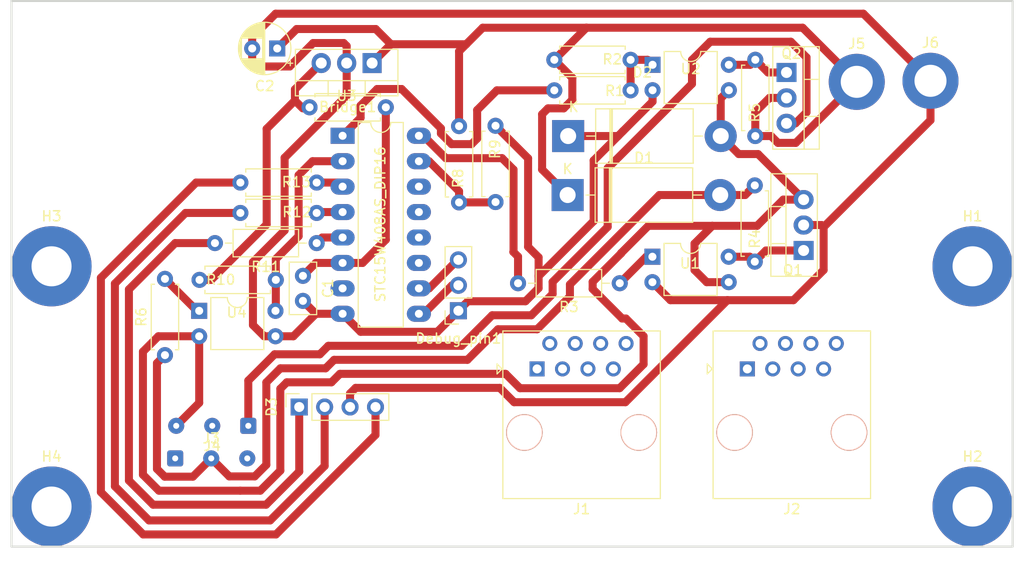
<source format=kicad_pcb>
(kicad_pcb (version 20221018) (generator pcbnew)
  (layers (0 "F.Cu" signal) (31 "B.Cu" signal) (34 "B.Paste" user) (35 "F.Paste" user) (36 "B.SilkS" user "B.Silkscreen") (37 "F.SilkS" user "F.Silkscreen") (38 "B.Mask" user) (39 "F.Mask" user) (44 "Edge.Cuts" user))
  (net 0 "")
  (net 1 "IN_OUT-")
  (net 2 "BAT+")
  (net 3 "IN_OUT+")
  (net 4 "BAT-")
  (net 23 "BAT_OUT+")
  (net 25 "Net-(Q1-G)")
  (net 26 "Net-(Q2-G)")
  (net 27 "Net-(R1-Pad1)")
  (net 28 "PMOS_CONTROL")
  (net 29 "Net-(R3-Pad1)")
  (net 30 "not NMOS_CONTROL")
  (net 31 "Net-(Debug_pin1-Pin_2)")
  (net 32 "Net-(Debug_pin1-Pin_3)")
  (net 33 "V_bat_adc")
  (net 34 "Charging_led")
  (net 35 "Charged_led")
  (net 36 "backup_power_led")
  (net 37 "V_out_detect")
  (net 38 "+5V")
  (net 39 "Net-(STC15W408AS_DIP16-Pin_6)")
  (net 45 "Net-(R6-Pad2)")
  (net 46 "Net-(D3-RA)")
  (net 47 "Net-(D3-GA)")
  (net 48 "Net-(D3-BA)")
  (footprint "Resistor_THT:R_Axial_DIN0207_L6.3mm_D2.5mm_P7.62mm_Horizontal" (layer "F.Cu") (at 114.4668 87.0664 90)
    (fp_text reference "R6" (at 3.81 -2.37 90) (layer "F.SilkS"))
    (fp_text value "180")
    (pad "1" thru_hole circle (at 0 0 90) (size 1.6 1.6) (drill 0.8) (layers "*.Cu" "*.Mask") (net 3 "IN_OUT+"))
    (pad "2" thru_hole oval (at 7.62 0 90) (size 1.6 1.6) (drill 0.8) (layers "*.Cu" "*.Mask") (net 45 "Net-(R6-Pad2)"))
  )
  (footprint "MountingHole:MountingHole_3.2mm_M3_DIN965_Pad_TopBottom" (layer "F.Cu") (at 183.569299 59.767302)
    (fp_text reference "J5" (at 0 -3.8) (layer "F.SilkS"))
    (fp_text value "BAT+")
    (pad "1" thru_hole circle (at 0 0) (size 3.6 3.6) (drill 3.2) (layers "*.Cu" "*.Mask") (net 2 "BAT+"))
    (pad "1" connect circle (at 0 0) (size 5.6 5.6) (layers "F.Cu" "F.Mask") (net 2 "BAT+"))
    (pad "1" connect circle (at 0 0) (size 5.6 5.6) (layers "B.Cu" "B.Mask") (net 2 "BAT+"))
  )
  (footprint "Resistor_THT:R_Axial_DIN0207_L6.3mm_D2.5mm_P10.16mm_Horizontal" (layer "F.Cu") (at 159.896499 79.884102 180)
    (fp_text reference "R3" (at 5.08 -2.37 180) (layer "F.SilkS"))
    (fp_text value "330")
    (pad "1" thru_hole circle (at 0 0 180) (size 1.6 1.6) (drill 0.8) (layers "*.Cu" "*.Mask") (net 29 "Net-(R3-Pad1)"))
    (pad "2" thru_hole oval (at 10.16 0 180) (size 1.6 1.6) (drill 0.8) (layers "*.Cu" "*.Mask") (net 30 "not NMOS_CONTROL"))
  )
  (footprint "Connector_RJ:RJ45_OST_PJ012-8P8CX_Vertical" (layer "F.Cu") (at 151.638 88.4428)
    (fp_text reference "J1" (at 4.45 14) (layer "F.SilkS"))
    (fp_text value "RJ45")
    (pad "" np_thru_hole circle (at -1.27 6.35) (size 3.65 3.65) (drill 3.45) (layers "*.Cu" "*.SilkS" "*.Mask"))
    (pad "" np_thru_hole circle (at 10.16 6.35) (size 3.65 3.65) (drill 3.45) (layers "*.Cu" "*.SilkS" "*.Mask"))
    (pad "1" thru_hole rect (at 0 0) (size 1.5 1.5) (drill 0.9) (layers "*.Cu" "*.Mask"))
    (pad "2" thru_hole circle (at 1.27 -2.54) (size 1.5 1.5) (drill 0.9) (layers "*.Cu" "*.Mask"))
    (pad "3" thru_hole circle (at 2.54 0) (size 1.5 1.5) (drill 0.9) (layers "*.Cu" "*.Mask"))
    (pad "4" thru_hole circle (at 3.81 -2.54) (size 1.5 1.5) (drill 0.9) (layers "*.Cu" "*.Mask"))
    (pad "5" thru_hole circle (at 5.08 0) (size 1.5 1.5) (drill 0.9) (layers "*.Cu" "*.Mask"))
    (pad "6" thru_hole circle (at 6.35 -2.54) (size 1.5 1.5) (drill 0.9) (layers "*.Cu" "*.Mask"))
    (pad "7" thru_hole circle (at 7.62 0) (size 1.5 1.5) (drill 0.9) (layers "*.Cu" "*.Mask"))
    (pad "8" thru_hole circle (at 8.89 -2.54) (size 1.5 1.5) (drill 0.9) (layers "*.Cu" "*.Mask"))
  )
  (footprint "Capacitor_THT:C_Disc_D5.0mm_W2.5mm_P2.50mm" (layer "F.Cu") (at 128.248901 79.146298 -90)
    (fp_text reference "C1" (at 1.25 -2.5 90) (layer "F.SilkS"))
    (fp_text value "10nF")
    (pad "1" thru_hole circle (at 0 0 270) (size 1.6 1.6) (drill 0.8) (layers "*.Cu" "*.Mask") (net 39 "Net-(STC15W408AS_DIP16-Pin_6)"))
    (pad "2" thru_hole circle (at 2.5 0 270) (size 1.6 1.6) (drill 0.8) (layers "*.Cu" "*.Mask") (net 4 "BAT-"))
  )
  (footprint "Resistor_THT:R_Axial_DIN0207_L6.3mm_D2.5mm_P7.62mm_Horizontal" (layer "F.Cu") (at 129.620501 69.829898 180)
    (fp_text reference "R13" (at 2.032 0.0508) (layer "F.SilkS"))
    (fp_text value "330")
    (pad "1" thru_hole circle (at 0 0 180) (size 1.6 1.6) (drill 0.8) (layers "*.Cu" "*.Mask") (net 36 "backup_power_led"))
    (pad "2" thru_hole oval (at 7.62 0 180) (size 1.6 1.6) (drill 0.8) (layers "*.Cu" "*.Mask") (net 46 "Net-(D3-RA)"))
  )
  (footprint "MountingHole:MountingHole_4mm_Pad_TopBottom" (layer "F.Cu") (at 103.138 102.1928)
    (fp_text reference "H4" (at 0 -5) (layer "F.SilkS"))
    (fp_text value "MountingHole")
    (pad "1" thru_hole circle (at 0 0) (size 4.4 4.4) (drill 4) (layers "*.Cu" "*.Mask"))
    (pad "1" connect circle (at 0 0) (size 8 8) (layers "F.Cu" "F.Mask"))
    (pad "1" connect circle (at 0 0) (size 8 8) (layers "B.Cu" "B.Mask"))
  )
  (footprint "Package_DIP:DIP-4_W7.62mm" (layer "F.Cu") (at 117.885701 82.6418)
    (fp_text reference "U4" (at 3.743899 0.167702) (layer "F.SilkS"))
    (fp_text value "PC817")
    (pad "1" thru_hole rect (at 0 0) (size 1.6 1.6) (drill 0.8) (layers "*.Cu" "*.Mask") (net 45 "Net-(R6-Pad2)"))
    (pad "2" thru_hole oval (at 0 2.54) (size 1.6 1.6) (drill 0.8) (layers "*.Cu" "*.Mask") (net 1 "IN_OUT-"))
    (pad "3" thru_hole oval (at 7.62 2.54) (size 1.6 1.6) (drill 0.8) (layers "*.Cu" "*.Mask") (net 4 "BAT-"))
    (pad "4" thru_hole oval (at 7.62 0) (size 1.6 1.6) (drill 0.8) (layers "*.Cu" "*.Mask") (net 37 "V_out_detect"))
  )
  (footprint "Resistor_THT:R_Axial_DIN0207_L6.3mm_D2.5mm_P7.62mm_Horizontal" (layer "F.Cu") (at 129.620501 72.863898 180)
    (fp_text reference "R12" (at 1.9812 0.0876) (layer "F.SilkS"))
    (fp_text value "330")
    (pad "1" thru_hole circle (at 0 0 180) (size 1.6 1.6) (drill 0.8) (layers "*.Cu" "*.Mask") (net 35 "Charged_led"))
    (pad "2" thru_hole oval (at 7.62 0 180) (size 1.6 1.6) (drill 0.8) (layers "*.Cu" "*.Mask") (net 47 "Net-(D3-GA)"))
  )
  (footprint "Resistor_THT:R_Axial_DIN0207_L6.3mm_D2.5mm_P7.62mm_Horizontal" (layer "F.Cu") (at 117.9212 79.548)
    (fp_text reference "R10" (at 2.118298 -0.015301) (layer "F.SilkS"))
    (fp_text value "330")
    (pad "1" thru_hole circle (at 0 0) (size 1.6 1.6) (drill 0.8) (layers "*.Cu" "*.Mask") (net 38 "+5V"))
    (pad "2" thru_hole oval (at 7.62 0) (size 1.6 1.6) (drill 0.8) (layers "*.Cu" "*.Mask") (net 37 "V_out_detect"))
  )
  (footprint "Connector_Wire:SolderWire-0.1sqmm_1x03_P3.6mm_D0.4mm_OD1mm" (layer "F.Cu") (at 122.7912 94.1276 180)
    (fp_text reference "J4" (at 3.6 -2) (layer "F.SilkS"))
    (fp_text value "01x03")
    (pad "1" thru_hole roundrect (at 0 0 180) (size 1.6 1.6) (drill 0.6) (layers "*.Cu" "*.Mask") (roundrect_rratio 0.15625) (net 23 "BAT_OUT+"))
    (pad "2" thru_hole circle (at 3.6 0 180) (size 1.6 1.6) (drill 0.6) (layers "*.Cu" "*.Mask"))
    (pad "3" thru_hole circle (at 7.2 0 180) (size 1.6 1.6) (drill 0.6) (layers "*.Cu" "*.Mask") (net 1 "IN_OUT-"))
  )
  (footprint "Diode_THT:D_DO-201AD_P15.24mm_Horizontal" (layer "F.Cu") (at 154.6894 71.0754)
    (fp_text reference "D1" (at 7.62 -3.72) (layer "F.SilkS"))
    (fp_text value "1N5408")
    (fp_text user "K" (at 0 -2.6) (layer "F.SilkS"))
    (pad "1" thru_hole rect (at 0 0) (size 3.2 3.2) (drill 1.6) (layers "*.Cu" "*.Mask") (net 2 "BAT+"))
    (pad "2" thru_hole oval (at 15.24 0) (size 3.2 3.2) (drill 1.6) (layers "*.Cu" "*.Mask") (net 3 "IN_OUT+"))
  )
  (footprint "Resistor_THT:R_Axial_DIN0207_L6.3mm_D2.5mm_P7.62mm_Horizontal" (layer "F.Cu") (at 136.529301 62.311498 180)
    (fp_text reference "Bridge1" (at 3.81 0.035498 180) (layer "F.SilkS"))
    (fp_text value "0")
    (pad "1" thru_hole circle (at 0 0 180) (size 1.6 1.6) (drill 0.8) (layers "*.Cu" "*.Mask") (net 39 "Net-(STC15W408AS_DIP16-Pin_6)"))
    (pad "2" thru_hole oval (at 7.62 0 180) (size 1.6 1.6) (drill 0.8) (layers "*.Cu" "*.Mask") (net 38 "+5V"))
  )
  (footprint "Package_DIP:CERDIP-16_W7.62mm_SideBrazed_LongPads" (layer "F.Cu") (at 132.211301 65.156298)
    (fp_text reference "STC15W408AS_DIP16" (at 3.7592 8.8392 90) (layer "F.SilkS"))
    (fp_text value "Conn_02x08_Counter_Clockwise" hide)
    (pad "1" thru_hole rect (at 0 0) (size 2.4 1.6) (drill 0.8) (layers "*.Cu" "*.Mask") (net 28 "PMOS_CONTROL"))
    (pad "2" thru_hole oval (at 0 2.54) (size 2.4 1.6) (drill 0.8) (layers "*.Cu" "*.Mask") (net 37 "V_out_detect"))
    (pad "3" thru_hole oval (at 0 5.08) (size 2.4 1.6) (drill 0.8) (layers "*.Cu" "*.Mask") (net 36 "backup_power_led"))
    (pad "4" thru_hole oval (at 0 7.62) (size 2.4 1.6) (drill 0.8) (layers "*.Cu" "*.Mask") (net 35 "Charged_led"))
    (pad "5" thru_hole oval (at 0 10.16) (size 2.4 1.6) (drill 0.8) (layers "*.Cu" "*.Mask") (net 34 "Charging_led"))
    (pad "6" thru_hole oval (at 0 12.7) (size 2.4 1.6) (drill 0.8) (layers "*.Cu" "*.Mask") (net 39 "Net-(STC15W408AS_DIP16-Pin_6)"))
    (pad "7" thru_hole oval (at 0 15.24) (size 2.4 1.6) (drill 0.8) (layers "*.Cu" "*.Mask"))
    (pad "8" thru_hole oval (at 0 17.78) (size 2.4 1.6) (drill 0.8) (layers "*.Cu" "*.Mask") (net 4 "BAT-"))
    (pad "9" thru_hole oval (at 7.62 17.78) (size 2.4 1.6) (drill 0.8) (layers "*.Cu" "*.Mask") (net 31 "Net-(Debug_pin1-Pin_2)"))
    (pad "10" thru_hole oval (at 7.62 15.24) (size 2.4 1.6) (drill 0.8) (layers "*.Cu" "*.Mask") (net 32 "Net-(Debug_pin1-Pin_3)"))
    (pad "11" thru_hole oval (at 7.62 12.7) (size 2.4 1.6) (drill 0.8) (layers "*.Cu" "*.Mask"))
    (pad "12" thru_hole oval (at 7.62 10.16) (size 2.4 1.6) (drill 0.8) (layers "*.Cu" "*.Mask"))
    (pad "13" thru_hole oval (at 7.62 7.62) (size 2.4 1.6) (drill 0.8) (layers "*.Cu" "*.Mask"))
    (pad "14" thru_hole oval (at 7.62 5.08) (size 2.4 1.6) (drill 0.8) (layers "*.Cu" "*.Mask"))
    (pad "15" thru_hole oval (at 7.62 2.54) (size 2.4 1.6) (drill 0.8) (layers "*.Cu" "*.Mask") (net 33 "V_bat_adc"))
    (pad "16" thru_hole oval (at 7.62 0) (size 2.4 1.6) (drill 0.8) (layers "*.Cu" "*.Mask") (net 30 "not NMOS_CONTROL"))
  )
  (footprint "Resistor_THT:R_Axial_DIN0207_L6.3mm_D2.5mm_P7.62mm_Horizontal" (layer "F.Cu") (at 173.3838 77.7302 90)
    (fp_text reference "R4" (at 2.286 0 90) (layer "F.SilkS"))
    (fp_text value "1k")
    (pad "1" thru_hole circle (at 0 0 90) (size 1.6 1.6) (drill 0.8) (layers "*.Cu" "*.Mask") (net 25 "Net-(Q1-G)"))
    (pad "2" thru_hole oval (at 7.62 0 90) (size 1.6 1.6) (drill 0.8) (layers "*.Cu" "*.Mask") (net 3 "IN_OUT+"))
  )
  (footprint "Package_TO_SOT_THT:TO-220-3_Vertical" (layer "F.Cu") (at 176.5536 58.8326 -90)
    (fp_text reference "Q2" (at -1.8796 -0.4878) (layer "F.SilkS"))
    (fp_text value "IRF9540N")
    (pad "1" thru_hole rect (at 0 0 270) (size 1.905 2) (drill 1.1) (layers "*.Cu" "*.Mask") (net 26 "Net-(Q2-G)"))
    (pad "2" thru_hole oval (at 2.54 0 270) (size 1.905 2) (drill 1.1) (layers "*.Cu" "*.Mask") (net 2 "BAT+"))
    (pad "3" thru_hole oval (at 5.08 0 270) (size 1.905 2) (drill 1.1) (layers "*.Cu" "*.Mask") (net 23 "BAT_OUT+"))
  )
  (footprint "Package_TO_SOT_THT:TO-220-3_Vertical" (layer "F.Cu") (at 178.2606 76.6126 90)
    (fp_text reference "Q1" (at -1.9812 -1.0668) (layer "F.SilkS"))
    (fp_text value "IRF540N")
    (pad "1" thru_hole rect (at 0 0 90) (size 1.905 2) (drill 1.1) (layers "*.Cu" "*.Mask") (net 25 "Net-(Q1-G)"))
    (pad "2" thru_hole oval (at 2.54 0 90) (size 1.905 2) (drill 1.1) (layers "*.Cu" "*.Mask") (net 4 "BAT-"))
    (pad "3" thru_hole oval (at 5.08 0 90) (size 1.905 2) (drill 1.1) (layers "*.Cu" "*.Mask") (net 1 "IN_OUT-"))
  )
  (footprint "MountingHole:MountingHole_4mm_Pad_TopBottom" (layer "F.Cu") (at 103.138 78.1928)
    (fp_text reference "H3" (at 0 -5) (layer "F.SilkS"))
    (fp_text value "MountingHole")
    (pad "1" thru_hole circle (at 0 0) (size 4.4 4.4) (drill 4) (layers "*.Cu" "*.Mask"))
    (pad "1" connect circle (at 0 0) (size 8 8) (layers "F.Cu" "F.Mask"))
    (pad "1" connect circle (at 0 0) (size 8 8) (layers "B.Cu" "B.Mask"))
  )
  (footprint "Connector_PinSocket_2.54mm:PinSocket_1x03_P2.54mm_Vertical" (layer "F.Cu") (at 143.7784 82.6318 180)
    (fp_text reference "Debug_pin1" (at 0 -2.77) (layer "F.SilkS"))
    (fp_text value "Debug")
    (pad "1" thru_hole rect (at 0 0 180) (size 1.7 1.7) (drill 1) (layers "*.Cu" "*.Mask") (net 4 "BAT-"))
    (pad "2" thru_hole oval (at 0 2.54 180) (size 1.7 1.7) (drill 1) (layers "*.Cu" "*.Mask") (net 31 "Net-(Debug_pin1-Pin_2)"))
    (pad "3" thru_hole oval (at 0 5.08 180) (size 1.7 1.7) (drill 1) (layers "*.Cu" "*.Mask") (net 32 "Net-(Debug_pin1-Pin_3)"))
  )
  (footprint "Resistor_THT:R_Axial_DIN0207_L6.3mm_D2.5mm_P7.62mm_Horizontal" (layer "F.Cu") (at 173.4346 65.1826 90)
    (fp_text reference "R5" (at 2.3368 -0.0508 90) (layer "F.SilkS"))
    (fp_text value "1k")
    (pad "1" thru_hole circle (at 0 0 90) (size 1.6 1.6) (drill 0.8) (layers "*.Cu" "*.Mask") (net 2 "BAT+"))
    (pad "2" thru_hole oval (at 7.62 0 90) (size 1.6 1.6) (drill 0.8) (layers "*.Cu" "*.Mask") (net 26 "Net-(Q2-G)"))
  )
  (footprint "Capacitor_THT:CP_Radial_D5.0mm_P2.50mm" (layer "F.Cu") (at 125.679513 56.434 180)
    (fp_text reference "C2" (at 1.25 -3.75) (layer "F.SilkS"))
    (fp_text value "100uf")
    (pad "1" thru_hole rect (at 0 0 180) (size 1.6 1.6) (drill 0.8) (layers "*.Cu" "*.Mask") (net 2 "BAT+"))
    (pad "2" thru_hole circle (at 2.5 0 180) (size 1.6 1.6) (drill 0.8) (layers "*.Cu" "*.Mask") (net 4 "BAT-"))
  )
  (footprint "Connector_PinSocket_2.54mm:PinSocket_1x04_P2.54mm_Vertical" (layer "F.Cu") (at 127.878 92.248 90)
    (fp_text reference "D3" (at 0 -2.77 90) (layer "F.SilkS"))
    (fp_text value "LED_BGKR")
    (pad "1" thru_hole rect (at 0 0 90) (size 1.7 1.7) (drill 1) (layers "*.Cu" "*.Mask") (net 48 "Net-(D3-BA)"))
    (pad "2" thru_hole oval (at 0 2.54 90) (size 1.7 1.7) (drill 1) (layers "*.Cu" "*.Mask") (net 47 "Net-(D3-GA)"))
    (pad "3" thru_hole oval (at 0 5.08 90) (size 1.7 1.7) (drill 1) (layers "*.Cu" "*.Mask") (net 4 "BAT-"))
    (pad "4" thru_hole oval (at 0 7.62 90) (size 1.7 1.7) (drill 1) (layers "*.Cu" "*.Mask") (net 46 "Net-(D3-RA)"))
  )
  (footprint "Connector_Wire:SolderWire-0.1sqmm_1x03_P3.6mm_D0.4mm_OD1mm" (layer "F.Cu") (at 115.4896 97.3788)
    (fp_text reference "J3" (at 3.6 -2) (layer "F.SilkS"))
    (fp_text value "01x03")
    (pad "1" thru_hole roundrect (at 0 0) (size 1.6 1.6) (drill 0.6) (layers "*.Cu" "*.Mask") (roundrect_rratio 0.15625))
    (pad "2" thru_hole circle (at 3.6 0) (size 1.6 1.6) (drill 0.6) (layers "*.Cu" "*.Mask") (net 3 "IN_OUT+"))
    (pad "3" thru_hole circle (at 7.2 0) (size 1.6 1.6) (drill 0.6) (layers "*.Cu" "*.Mask"))
  )
  (footprint "Resistor_THT:R_Axial_DIN0207_L6.3mm_D2.5mm_P7.62mm_Horizontal" (layer "F.Cu") (at 160.9786 60.6156 180)
    (fp_text reference "R1" (at 1.5748 -0.0508) (layer "F.SilkS"))
    (fp_text value "330")
    (pad "1" thru_hole circle (at 0 0 180) (size 1.6 1.6) (drill 0.8) (layers "*.Cu" "*.Mask") (net 27 "Net-(R1-Pad1)"))
    (pad "2" thru_hole oval (at 7.62 0 180) (size 1.6 1.6) (drill 0.8) (layers "*.Cu" "*.Mask") (net 28 "PMOS_CONTROL"))
  )
  (footprint "Diode_THT:D_DO-201AD_P15.24mm_Horizontal" (layer "F.Cu") (at 154.7402 65.1826)
    (fp_text reference "D2" (at 7.4168 -6.3616) (layer "F.SilkS"))
    (fp_text value "1N5408")
    (fp_text user "K" (at 0.5488 -2.9026) (layer "F.SilkS"))
    (pad "1" thru_hole rect (at 0 0) (size 3.2 3.2) (drill 1.6) (layers "*.Cu" "*.Mask") (net 4 "BAT-"))
    (pad "2" thru_hole oval (at 15.24 0) (size 3.2 3.2) (drill 1.6) (layers "*.Cu" "*.Mask") (net 1 "IN_OUT-"))
  )
  (footprint "MountingHole:MountingHole_4mm_Pad_TopBottom" (layer "F.Cu") (at 195.138 78.1928)
    (fp_text reference "H1" (at 0 -5) (layer "F.SilkS"))
    (fp_text value "MountingHole")
    (pad "1" thru_hole circle (at 0 0) (size 4.4 4.4) (drill 4) (layers "*.Cu" "*.Mask"))
    (pad "1" connect circle (at 0 0) (size 8 8) (layers "F.Cu" "F.Mask"))
    (pad "1" connect circle (at 0 0) (size 8 8) (layers "B.Cu" "B.Mask"))
  )
  (footprint "MountingHole:MountingHole_4mm_Pad_TopBottom" (layer "F.Cu") (at 195.138 102.1928)
    (fp_text reference "H2" (at 0 -5) (layer "F.SilkS"))
    (fp_text value "MountingHole")
    (pad "1" thru_hole circle (at 0 0) (size 4.4 4.4) (drill 4) (layers "*.Cu" "*.Mask"))
    (pad "1" connect circle (at 0 0) (size 8 8) (layers "F.Cu" "F.Mask"))
    (pad "1" connect circle (at 0 0) (size 8 8) (layers "B.Cu" "B.Mask"))
  )
  (footprint "Resistor_THT:R_Axial_DIN0207_L6.3mm_D2.5mm_P7.62mm_Horizontal" (layer "F.Cu") (at 143.844501 71.811098 90)
    (fp_text reference "R8" (at 2.4016 -0.1016 90) (layer "F.SilkS"))
    (fp_text value "20k")
    (pad "1" thru_hole circle (at 0 0 90) (size 1.6 1.6) (drill 0.8) (layers "*.Cu" "*.Mask") (net 33 "V_bat_adc"))
    (pad "2" thru_hole oval (at 7.62 0 90) (size 1.6 1.6) (drill 0.8) (layers "*.Cu" "*.Mask") (net 2 "BAT+"))
  )
  (footprint "MountingHole:MountingHole_3.2mm_M3_DIN965_Pad_TopBottom" (layer "F.Cu") (at 190.935299 59.665702)
    (fp_text reference "J6" (at 0 -3.8) (layer "F.SilkS"))
    (fp_text value "BAT-")
    (pad "1" thru_hole circle (at 0 0) (size 3.6 3.6) (drill 3.2) (layers "*.Cu" "*.Mask") (net 4 "BAT-"))
    (pad "1" connect circle (at 0 0) (size 5.6 5.6) (layers "F.Cu" "F.Mask") (net 4 "BAT-"))
    (pad "1" connect circle (at 0 0) (size 5.6 5.6) (layers "B.Cu" "B.Mask") (net 4 "BAT-"))
  )
  (footprint "Resistor_THT:R_Axial_DIN0207_L6.3mm_D2.5mm_P10.16mm_Horizontal" (layer "F.Cu") (at 129.620501 75.875098 180)
    (fp_text reference "R11" (at 5.08 -2.37 180) (layer "F.SilkS"))
    (fp_text value "330")
    (pad "1" thru_hole circle (at 0 0 180) (size 1.6 1.6) (drill 0.8) (layers "*.Cu" "*.Mask") (net 34 "Charging_led"))
    (pad "2" thru_hole oval (at 10.16 0 180) (size 1.6 1.6) (drill 0.8) (layers "*.Cu" "*.Mask") (net 48 "Net-(D3-BA)"))
  )
  (footprint "Connector_RJ:RJ45_OST_PJ012-8P8CX_Vertical" (layer "F.Cu") (at 172.638 88.4428)
    (fp_text reference "J2" (at 4.45 14) (layer "F.SilkS"))
    (fp_text value "RJ45")
    (pad "" np_thru_hole circle (at -1.27 6.35) (size 3.65 3.65) (drill 3.45) (layers "*.Cu" "*.SilkS" "*.Mask"))
    (pad "" np_thru_hole circle (at 10.16 6.35) (size 3.65 3.65) (drill 3.45) (layers "*.Cu" "*.SilkS" "*.Mask"))
    (pad "1" thru_hole rect (at 0 0) (size 1.5 1.5) (drill 0.9) (layers "*.Cu" "*.Mask"))
    (pad "2" thru_hole circle (at 1.27 -2.54) (size 1.5 1.5) (drill 0.9) (layers "*.Cu" "*.Mask"))
    (pad "3" thru_hole circle (at 2.54 0) (size 1.5 1.5) (drill 0.9) (layers "*.Cu" "*.Mask"))
    (pad "4" thru_hole circle (at 3.81 -2.54) (size 1.5 1.5) (drill 0.9) (layers "*.Cu" "*.Mask"))
    (pad "5" thru_hole circle (at 5.08 0) (size 1.5 1.5) (drill 0.9) (layers "*.Cu" "*.Mask"))
    (pad "6" thru_hole circle (at 6.35 -2.54) (size 1.5 1.5) (drill 0.9) (layers "*.Cu" "*.Mask"))
    (pad "7" thru_hole circle (at 7.62 0) (size 1.5 1.5) (drill 0.9) (layers "*.Cu" "*.Mask"))
    (pad "8" thru_hole circle (at 8.89 -2.54) (size 1.5 1.5) (drill 0.9) (layers "*.Cu" "*.Mask"))
  )
  (footprint "Resistor_THT:R_Axial_DIN0207_L6.3mm_D2.5mm_P7.62mm_Horizontal" (layer "F.Cu") (at 160.9786 57.5676 180)
    (fp_text reference "R2" (at 1.8288 0.0508) (layer "F.SilkS"))
    (fp_text value "1k")
    (pad "1" thru_hole circle (at 0 0 180) (size 1.6 1.6) (drill 0.8) (layers "*.Cu" "*.Mask") (net 27 "Net-(R1-Pad1)"))
    (pad "2" thru_hole oval (at 7.62 0 180) (size 1.6 1.6) (drill 0.8) (layers "*.Cu" "*.Mask") (net 2 "BAT+"))
  )
  (footprint "Package_DIP:DIP-4_W7.62mm" (layer "F.Cu") (at 163.157699 77.237502)
    (fp_text reference "U1" (at 3.7492 0.6654) (layer "F.SilkS"))
    (fp_text value "PC817")
    (pad "1" thru_hole rect (at 0 0) (size 1.6 1.6) (drill 0.8) (layers "*.Cu" "*.Mask") (net 29 "Net-(R3-Pad1)"))
    (pad "2" thru_hole oval (at 0 2.54) (size 1.6 1.6) (drill 0.8) (layers "*.Cu" "*.Mask") (net 4 "BAT-"))
    (pad "3" thru_hole oval (at 7.62 2.54) (size 1.6 1.6) (drill 0.8) (layers "*.Cu" "*.Mask") (net 1 "IN_OUT-"))
    (pad "4" thru_hole oval (at 7.62 0) (size 1.6 1.6) (drill 0.8) (layers "*.Cu" "*.Mask") (net 25 "Net-(Q1-G)"))
  )
  (footprint "Package_TO_SOT_THT:TO-220-3_Vertical" (layer "F.Cu") (at 135.157701 57.891898 180)
    (fp_text reference "U3" (at 2.54 -3.27) (layer "F.SilkS"))
    (fp_text value "LM7805_TO220")
    (pad "1" thru_hole rect (at 0 0 180) (size 1.905 2) (drill 1.1) (layers "*.Cu" "*.Mask") (net 2 "BAT+"))
    (pad "2" thru_hole oval (at 2.54 0 180) (size 1.905 2) (drill 1.1) (layers "*.Cu" "*.Mask") (net 4 "BAT-"))
    (pad "3" thru_hole oval (at 5.08 0 180) (size 1.905 2) (drill 1.1) (layers "*.Cu" "*.Mask") (net 38 "+5V"))
  )
  (footprint "Package_DIP:DIP-4_W7.62mm" (layer "F.Cu") (at 163.173 58.0656)
    (fp_text reference "U2" (at 3.81 0.4114) (layer "F.SilkS"))
    (fp_text value "PC817")
    (pad "1" thru_hole rect (at 0 0) (size 1.6 1.6) (drill 0.8) (layers "*.Cu" "*.Mask") (net 27 "Net-(R1-Pad1)"))
    (pad "2" thru_hole oval (at 0 2.54) (size 1.6 1.6) (drill 0.8) (layers "*.Cu" "*.Mask") (net 4 "BAT-"))
    (pad "3" thru_hole oval (at 7.62 2.54) (size 1.6 1.6) (drill 0.8) (layers "*.Cu" "*.Mask") (net 1 "IN_OUT-"))
    (pad "4" thru_hole oval (at 7.62 0) (size 1.6 1.6) (drill 0.8) (layers "*.Cu" "*.Mask") (net 26 "Net-(Q2-G)"))
  )
  (footprint "Resistor_THT:R_Axial_DIN0207_L6.3mm_D2.5mm_P7.62mm_Horizontal" (layer "F.Cu") (at 147.4868 64.1556 -90)
    (fp_text reference "R9" (at 2.3368 0.0508 90) (layer "F.SilkS"))
    (fp_text value "10k")
    (pad "1" thru_hole circle (at 0 0 270) (size 1.6 1.6) (drill 0.8) (layers "*.Cu" "*.Mask") (net 4 "BAT-"))
    (pad "2" thru_hole oval (at 7.62 0 270) (size 1.6 1.6) (drill 0.8) (layers "*.Cu" "*.Mask") (net 33 "V_bat_adc"))
  )
  (gr_rect (start 99.138 51.6928) (end 199.138 106.1928) (stroke (width 0.2)) (fill none) (layer "Edge.Cuts"))
  (segment (start 173.7106 66.9826) (end 171.7802 66.9826) (width 0.8) (layer "F.Cu") (net 1))
  (segment (start 113.863808 100.6076) (end 112.266801 99.010593) (width 0.8) (layer "F.Cu") (net 1))
  (segment (start 112.266801 99.010593) (end 112.266801 86.720814) (width 0.8) (layer "F.Cu") (net 1))
  (segment (start 162.278 85.177926) (end 162.278 87.9724) (width 0.8) (layer "F.Cu") (net 1))
  (segment (start 125.9912 90.4264) (end 125.9912 98.602683) (width 0.8) (layer "F.Cu") (net 1))
  (segment (start 167.364099 78.563302) (end 167.364099 75.9302) (width 0.8) (layer "F.Cu") (net 1))
  (segment (start 160.033245 76.902556) (end 157.1896 79.746201) (width 0.8) (layer "F.Cu") (net 1))
  (segment (start 169.9802 61.4184) (end 170.793 60.6056) (width 0.8) (layer "F.Cu") (net 1))
  (segment (start 167.364099 75.9302) (end 169.142099 74.1522) (width 0.8) (layer "F.Cu") (net 1))
  (segment (start 157.1896 80.4624) (end 160.136 83.4088) (width 0.8) (layer "F.Cu") (net 1))
  (segment (start 157.1896 79.746201) (end 157.1896 80.4624) (width 0.8) (layer "F.Cu") (net 1))
  (segment (start 170.793 64.3698) (end 169.9802 65.1826) (width 0.8) (layer "F.Cu") (net 1))
  (segment (start 112.266801 86.720814) (end 113.805815 85.1818) (width 0.8) (layer "F.Cu") (net 1))
  (segment (start 169.142099 74.1522) (end 162.752294 74.1522) (width 0.8) (layer "F.Cu") (net 1))
  (segment (start 121.9852 100.6076) (end 113.863808 100.6076) (width 0.8) (layer "F.Cu") (net 1))
  (segment (start 169.9802 65.1826) (end 169.9802 61.4184) (width 0.8) (layer "F.Cu") (net 1))
  (segment (start 176.2286 71.5326) (end 173.609 74.1522) (width 0.8) (layer "F.Cu") (net 1))
  (segment (start 160.136 83.4088) (end 160.508874 83.4088) (width 0.8) (layer "F.Cu") (net 1))
  (segment (start 113.805815 85.1818) (end 117.885701 85.1818) (width 0.8) (layer "F.Cu") (net 1))
  (segment (start 162.752294 74.1522) (end 160.033245 76.871249) (width 0.8) (layer "F.Cu") (net 1))
  (segment (start 173.609 74.1522) (end 169.142099 74.1522) (width 0.8) (layer "F.Cu") (net 1))
  (segment (start 170.777699 79.777502) (end 168.578299 79.777502) (width 0.8) (layer "F.Cu") (net 1))
  (segment (start 160.033245 76.871249) (end 160.033245 76.902556) (width 0.8) (layer "F.Cu") (net 1))
  (segment (start 162.278 87.9724) (end 159.882 90.3684) (width 0.8) (layer "F.Cu") (net 1))
  (segment (start 125.9912 98.602683) (end 123.986283 100.6076) (width 0.8) (layer "F.Cu") (net 1))
  (segment (start 178.2606 71.5326) (end 173.7106 66.9826) (width 0.8) (layer "F.Cu") (net 1))
  (segment (start 131.942298 88.936298) (end 131.096796 89.7818) (width 0.8) (layer "F.Cu") (net 1))
  (segment (start 131.096796 89.7818) (end 126.6358 89.7818) (width 0.8) (layer "F.Cu") (net 1))
  (segment (start 123.986283 100.6076) (end 121.9852 100.6076) (width 0.8) (layer "F.Cu") (net 1))
  (segment (start 117.885701 91.833099) (end 115.5912 94.1276) (width 0.8) (layer "F.Cu") (net 1))
  (segment (start 126.6358 89.7818) (end 125.9912 90.4264) (width 0.8) (layer "F.Cu") (net 1))
  (segment (start 168.578299 79.777502) (end 167.364099 78.563302) (width 0.8) (layer "F.Cu") (net 1))
  (segment (start 148.493098 88.936298) (end 131.942298 88.936298) (width 0.8) (layer "F.Cu") (net 1))
  (segment (start 178.2606 71.5326) (end 176.2286 71.5326) (width 0.8) (layer "F.Cu") (net 1))
  (segment (start 117.885701 85.1818) (end 117.885701 91.833099) (width 0.8) (layer "F.Cu") (net 1))
  (segment (start 160.508874 83.4088) (end 162.278 85.177926) (width 0.8) (layer "F.Cu") (net 1))
  (segment (start 149.9252 90.3684) (end 148.493098 88.936298) (width 0.8) (layer "F.Cu") (net 1))
  (segment (start 159.882 90.3684) (end 149.9252 90.3684) (width 0.8) (layer "F.Cu") (net 1))
  (segment (start 171.7802 66.9826) (end 169.9802 65.1826) (width 0.8) (layer "F.Cu") (net 1))
  (segment (start 177.4765 65.8651) (end 175.697348 65.8651) (width 0.8) (layer "F.Cu") (net 2))
  (segment (start 176.5536 61.3726) (end 174.8486 61.3726) (width 0.8) (layer "F.Cu") (net 2))
  (segment (start 183.569299 59.767302) (end 178.164597 54.3626) (width 0.8) (layer "F.Cu") (net 2))
  (segment (start 143.844501 56.723498) (end 143.844501 64.191098) (width 0.8) (layer "F.Cu") (net 2))
  (segment (start 154.3018 62.4156) (end 155.1586 61.5588) (width 0.8) (layer "F.Cu") (net 2))
  (segment (start 175.014848 65.1826) (end 173.4346 65.1826) (width 0.8) (layer "F.Cu") (net 2))
  (segment (start 125.679513 56.434) (end 127.621615 54.491898) (width 0.8) (layer "F.Cu") (net 2))
  (segment (start 152.1402 68.5262) (end 152.1402 63.0024) (width 0.8) (layer "F.Cu") (net 2))
  (segment (start 137.037301 56.012298) (end 135.157701 57.891898) (width 0.8) (layer "F.Cu") (net 2))
  (segment (start 135.042013 57.77621) (end 135.157701 57.891898) (width 0.8) (layer "F.Cu") (net 2))
  (segment (start 135.516901 54.491898) (end 137.037301 56.012298) (width 0.8) (layer "F.Cu") (net 2))
  (segment (start 155.1586 59.3676) (end 153.3586 57.5676) (width 0.8) (layer "F.Cu") (net 2))
  (segment (start 155.1586 61.5588) (end 155.1586 59.3676) (width 0.8) (layer "F.Cu") (net 2))
  (segment (start 183.569299 59.772301) (end 183.569299 59.767302) (width 0.8) (layer "F.Cu") (net 2))
  (segment (start 154.6894 71.0754) (end 152.1402 68.5262) (width 0.8) (layer "F.Cu") (net 2))
  (segment (start 152.727 62.4156) (end 154.3018 62.4156) (width 0.8) (layer "F.Cu") (net 2))
  (segment (start 146.205399 54.3626) (end 144.555701 56.012298) (width 0.8) (layer "F.Cu") (net 2))
  (segment (start 174.8486 61.3726) (end 173.4346 62.7866) (width 0.8) (layer "F.Cu") (net 2))
  (segment (start 144.555701 56.012298) (end 143.844501 56.723498) (width 0.8) (layer "F.Cu") (net 2))
  (segment (start 177.4765 65.8651) (end 183.569299 59.772301) (width 0.8) (layer "F.Cu") (net 2))
  (segment (start 144.555701 56.012298) (end 137.037301 56.012298) (width 0.8) (layer "F.Cu") (net 2))
  (segment (start 152.1402 63.0024) (end 152.727 62.4156) (width 0.8) (layer "F.Cu") (net 2))
  (segment (start 175.697348 65.8651) (end 175.014848 65.1826) (width 0.8) (layer "F.Cu") (net 2))
  (segment (start 156.5636 54.3626) (end 146.205399 54.3626) (width 0.8) (layer "F.Cu") (net 2))
  (segment (start 156.5636 54.3626) (end 153.3586 57.5676) (width 0.8) (layer "F.Cu") (net 2))
  (segment (start 127.621615 54.491898) (end 135.516901 54.491898) (width 0.8) (layer "F.Cu") (net 2))
  (segment (start 178.164597 54.3626) (end 156.5636 54.3626) (width 0.8) (layer "F.Cu") (net 2))
  (segment (start 173.4346 62.7866) (end 173.4346 65.1826) (width 0.8) (layer "F.Cu") (net 2))
  (segment (start 113.666801 87.866399) (end 113.666801 98.430695) (width 0.8) (layer "F.Cu") (net 3))
  (segment (start 151.641881 84.484102) (end 154.918099 81.207883) (width 0.8) (layer "F.Cu") (net 3))
  (segment (start 154.918099 80.006498) (end 163.849197 71.0754) (width 0.8) (layer "F.Cu") (net 3))
  (segment (start 163.849197 71.0754) (end 169.9294 71.0754) (width 0.8) (layer "F.Cu") (net 3))
  (segment (start 114.4668 87.0664) (end 113.666801 87.866399) (width 0.8) (layer "F.Cu") (net 3))
  (segment (start 131.3624 87.536298) (end 144.6788 87.536298) (width 0.8) (layer "F.Cu") (net 3))
  (segment (start 114.443706 99.2076) (end 117.2608 99.2076) (width 0.8) (layer "F.Cu") (net 3))
  (segment (start 172.4186 71.0754) (end 173.3838 70.1102) (width 0.8) (layer "F.Cu") (net 3))
  (segment (start 169.9294 71.0754) (end 172.4186 71.0754) (width 0.8) (layer "F.Cu") (net 3))
  (segment (start 125.9984 88.3818) (end 130.516898 88.3818) (width 0.8) (layer "F.Cu") (net 3))
  (segment (start 120.8896 99.1788) (end 123.435185 99.1788) (width 0.8) (layer "F.Cu") (net 3))
  (segment (start 124.5912 89.789) (end 125.9984 88.3818) (width 0.8) (layer "F.Cu") (net 3))
  (segment (start 123.435185 99.1788) (end 124.5912 98.022785) (width 0.8) (layer "F.Cu") (net 3))
  (segment (start 124.5912 98.022785) (end 124.5912 89.789) (width 0.8) (layer "F.Cu") (net 3))
  (segment (start 113.666801 98.430695) (end 114.443706 99.2076) (width 0.8) (layer "F.Cu") (net 3))
  (segment (start 130.516898 88.3818) (end 131.3624 87.536298) (width 0.8) (layer "F.Cu") (net 3))
  (segment (start 144.6788 87.536298) (end 147.730996 84.484102) (width 0.8) (layer "F.Cu") (net 3))
  (segment (start 117.2608 99.2076) (end 119.0896 97.3788) (width 0.8) (layer "F.Cu") (net 3))
  (segment (start 147.730996 84.484102) (end 151.641881 84.484102) (width 0.8) (layer "F.Cu") (net 3))
  (segment (start 154.918099 81.207883) (end 154.918099 80.006498) (width 0.8) (layer "F.Cu") (net 3))
  (segment (start 119.0896 97.3788) (end 120.8896 99.1788) (width 0.8) (layer "F.Cu") (net 3))
  (segment (start 160.461899 91.7684) (end 149.345301 91.7684) (width 0.8) (layer "F.Cu") (net 4))
  (segment (start 132.322701 55.891898) (end 129.268949 55.891898) (width 0.8) (layer "F.Cu") (net 4))
  (segment (start 132.617701 61.148683) (end 126.420501 67.345883) (width 0.8) (layer "F.Cu") (net 4))
  (segment (start 132.617701 57.891898) (end 132.617701 61.148683) (width 0.8) (layer "F.Cu") (net 4))
  (segment (start 132.958 90.893519) (end 132.958 92.248) (width 0.8) (layer "F.Cu") (net 4))
  (segment (start 123.2552 84.062669) (end 124.374331 85.1818) (width 0.8) (layer "F.Cu") (net 4))
  (segment (start 123.2552 77.769999) (end 123.2552 84.062669) (width 0.8) (layer "F.Cu") (net 4))
  (segment (start 149.345301 91.7684) (end 147.913199 90.336298) (width 0.8) (layer "F.Cu") (net 4))
  (segment (start 170.652797 81.577502) (end 164.957699 81.577502) (width 0.8) (layer "F.Cu") (net 4))
  (segment (start 132.617701 56.186898) (end 132.322701 55.891898) (width 0.8) (layer "F.Cu") (net 4))
  (segment (start 190.935299 59.665702) (end 184.232197 52.9626) (width 0.8) (layer "F.Cu") (net 4))
  (segment (start 129.268949 55.891898) (end 126.926847 58.234) (width 0.8) (layer "F.Cu") (net 4))
  (segment (start 143.881698 82.735098) (end 143.7784 82.6318) (width 0.8) (layer "F.Cu") (net 4))
  (segment (start 123.6836 58.234) (end 123.179513 57.729913) (width 0.8) (layer "F.Cu") (net 4))
  (segment (start 132.542013 57.81621) (end 132.617701 57.891898) (width 0.8) (layer "F.Cu") (net 4))
  (segment (start 134.011301 84.736298) (end 132.211301 82.936298) (width 0.8) (layer "F.Cu") (net 4))
  (segment (start 127.293399 85.1818) (end 129.538901 82.936298) (width 0.8) (layer "F.Cu") (net 4))
  (segment (start 132.617701 57.891898) (end 132.617701 56.186898) (width 0.8) (layer "F.Cu") (net 4))
  (segment (start 160.223485 64.686485) (end 159.72737 65.1826) (width 0.8) (layer "F.Cu") (net 4))
  (segment (start 141.673902 84.736298) (end 134.011301 84.736298) (width 0.8) (layer "F.Cu") (net 4))
  (segment (start 157.2894 73.675401) (end 151.790499 79.174302) (width 0.8) (layer "F.Cu") (net 4))
  (segment (start 170.652797 81.577502) (end 160.461899 91.7684) (width 0.8) (layer "F.Cu") (net 4))
  (segment (start 157.2894 67.62057) (end 157.2894 73.675401) (width 0.8) (layer "F.Cu") (net 4))
  (segment (start 177.248198 81.577502) (end 170.652797 81.577502) (width 0.8) (layer "F.Cu") (net 4))
  (segment (start 129.538901 82.936298) (end 132.211301 82.936298) (width 0.8) (layer "F.Cu") (net 4))
  (segment (start 180.0606 74.0726) (end 180.2606 74.2726) (width 0.8) (layer "F.Cu") (net 4))
  (segment (start 124.374331 85.1818) (end 125.505701 85.1818) (width 0.8) (layer "F.Cu") (net 4))
  (segment (start 123.179513 55.30263) (end 123.179513 56.434) (width 0.8) (layer "F.Cu") (net 4))
  (segment (start 151.790499 77.2998) (end 151.790499 79.174302) (width 0.8) (layer "F.Cu") (net 4))
  (segment (start 184.232197 52.9626) (end 125.519543 52.9626) (width 0.8) (layer "F.Cu") (net 4))
  (segment (start 126.420501 74.604698) (end 123.2552 77.769999) (width 0.8) (layer "F.Cu") (net 4))
  (segment (start 125.519543 52.9626) (end 123.179513 55.30263) (width 0.8) (layer "F.Cu") (net 4))
  (segment (start 133.515221 90.336298) (end 132.958 90.893519) (width 0.8) (layer "F.Cu") (net 4))
  (segment (start 159.72737 65.1826) (end 157.2894 67.62057) (width 0.8) (layer "F.Cu") (net 4))
  (segment (start 180.2606 74.2726) (end 180.2606 78.5651) (width 0.8) (layer "F.Cu") (net 4))
  (segment (start 128.248901 81.646298) (end 129.538901 82.936298) (width 0.8) (layer "F.Cu") (net 4))
  (segment (start 180.2606 78.5651) (end 177.248198 81.577502) (width 0.8) (layer "F.Cu") (net 4))
  (segment (start 125.505701 85.1818) (end 127.293399 85.1818) (width 0.8) (layer "F.Cu") (net 4))
  (segment (start 150.7402 67.409) (end 150.7402 76.249501) (width 0.8) (layer "F.Cu") (net 4))
  (segment (start 159.72737 65.1826) (end 154.7402 65.1826) (width 0.8) (layer "F.Cu") (net 4))
  (segment (start 190.935299 63.597901) (end 180.2606 74.2726) (width 0.8) (layer "F.Cu") (net 4))
  (segment (start 147.4868 64.1556) (end 150.7402 67.409) (width 0.8) (layer "F.Cu") (net 4))
  (segment (start 151.790499 79.174302) (end 151.790499 80.375687) (width 0.8) (layer "F.Cu") (net 4))
  (segment (start 163.157699 79.777502) (end 164.957699 81.577502) (width 0.8) (layer "F.Cu") (net 4))
  (segment (start 178.2606 74.0726) (end 180.0606 74.0726) (width 0.8) (layer "F.Cu") (net 4))
  (segment (start 190.935299 59.665702) (end 190.935299 63.597901) (width 0.8) (layer "F.Cu") (net 4))
  (segment (start 126.926847 58.234) (end 123.6836 58.234) (width 0.8) (layer "F.Cu") (net 4))
  (segment (start 163.173 60.6056) (end 163.173 61.73697) (width 0.8) (layer "F.Cu") (net 4))
  (segment (start 150.482084 81.684102) (end 144.726098 81.684102) (width 0.8) (layer "F.Cu") (net 4))
  (segment (start 163.173 61.73697) (end 160.223485 64.686485) (width 0.8) (layer "F.Cu") (net 4))
  (segment (start 144.726098 81.684102) (end 143.7784 82.6318) (width 0.8) (layer "F.Cu") (net 4))
  (segment (start 143.7784 82.6318) (end 141.673902 84.736298) (width 0.8) (layer "F.Cu") (net 4))
  (segment (start 123.179513 57.729913) (end 123.179513 56.434) (width 0.8) (layer "F.Cu") (net 4))
  (segment (start 147.913199 90.336298) (end 133.515221 90.336298) (width 0.8) (layer "F.Cu") (net 4))
  (segment (start 151.790499 80.375687) (end 150.482084 81.684102) (width 0.8) (layer "F.Cu") (net 4))
  (segment (start 150.7402 76.249501) (end 151.790499 77.2998) (width 0.8) (layer "F.Cu") (net 4))
  (segment (start 126.420501 67.345883) (end 126.420501 74.604698) (width 0.8) (layer "F.Cu") (net 4))
  (segment (start 153.190499 79.7542) (end 153.190499 80.955585) (width 0.8) (layer "F.Cu") (net 23))
  (segment (start 130.782502 86.136298) (end 129.937 86.9818) (width 0.8) (layer "F.Cu") (net 23))
  (segment (start 167.110099 59.970502) (end 158.6894 68.391201) (width 0.8) (layer "F.Cu") (net 23))
  (segment (start 158.6894 68.391201) (end 158.6894 74.255299) (width 0.8) (layer "F.Cu") (net 23))
  (segment (start 176.987298 55.7626) (end 168.930401 55.7626) (width 0.8) (layer "F.Cu") (net 23))
  (segment (start 129.937 86.9818) (end 125.418501 86.9818) (width 0.8) (layer "F.Cu") (net 23))
  (segment (start 144.098902 86.136298) (end 130.782502 86.136298) (width 0.8) (layer "F.Cu") (net 23))
  (segment (start 125.418501 86.9818) (end 122.7912 89.609101) (width 0.8) (layer "F.Cu") (net 23))
  (segment (start 167.110099 57.582902) (end 167.110099 59.970502) (width 0.8) (layer "F.Cu") (net 23))
  (segment (start 122.7912 89.609101) (end 122.7912 94.1276) (width 0.8) (layer "F.Cu") (net 23))
  (segment (start 158.6894 74.255299) (end 153.190499 79.7542) (width 0.8) (layer "F.Cu") (net 23))
  (segment (start 153.190499 80.955585) (end 151.061982 83.084102) (width 0.8) (layer "F.Cu") (net 23))
  (segment (start 178.5536 62.808102) (end 178.5536 57.328902) (width 0.8) (layer "F.Cu") (net 23))
  (segment (start 168.930401 55.7626) (end 167.110099 57.582902) (width 0.8) (layer "F.Cu") (net 23))
  (segment (start 147.151098 83.084102) (end 144.098902 86.136298) (width 0.8) (layer "F.Cu") (net 23))
  (segment (start 178.5536 57.328902) (end 176.987298 55.7626) (width 0.8) (layer "F.Cu") (net 23))
  (segment (start 176.5536 63.9126) (end 177.449102 63.9126) (width 0.8) (layer "F.Cu") (net 23))
  (segment (start 151.061982 83.084102) (end 147.151098 83.084102) (width 0.8) (layer "F.Cu") (net 23))
  (segment (start 177.449102 63.9126) (end 178.5536 62.808102) (width 0.8) (layer "F.Cu") (net 23))
  (segment (start 178.2606 76.6126) (end 174.5014 76.6126) (width 0.8) (layer "F.Cu") (net 25))
  (segment (start 170.777699 77.237502) (end 172.891102 77.237502) (width 0.8) (layer "F.Cu") (net 25))
  (segment (start 174.5014 76.6126) (end 173.3838 77.7302) (width 0.8) (layer "F.Cu") (net 25))
  (segment (start 172.891102 77.237502) (end 173.3838 77.7302) (width 0.8) (layer "F.Cu") (net 25))
  (segment (start 174.7046 58.8326) (end 173.4346 57.5626) (width 0.8) (layer "F.Cu") (net 26))
  (segment (start 176.5536 58.8326) (end 174.7046 58.8326) (width 0.8) (layer "F.Cu") (net 26))
  (segment (start 172.9316 58.0656) (end 173.4346 57.5626) (width 0.8) (layer "F.Cu") (net 26))
  (segment (start 170.793 58.0656) (end 172.9316 58.0656) (width 0.8) (layer "F.Cu") (net 26))
  (segment (start 162.675 57.5676) (end 163.173 58.0656) (width 0.8) (layer "F.Cu") (net 27))
  (segment (start 160.9786 57.5676) (end 160.9786 60.6156) (width 0.8) (layer "F.Cu") (net 27))
  (segment (start 161.174 57.763) (end 160.9786 57.5676) (width 0.8) (layer "F.Cu") (net 27))
  (segment (start 160.9786 57.5676) (end 162.675 57.5676) (width 0.8) (layer "F.Cu") (net 27))
  (segment (start 142.031301 64.923483) (end 143.098916 65.991098) (width 0.8) (layer "F.Cu") (net 28))
  (segment (start 145.0925 65.991098) (end 145.651301 65.432297) (width 0.8) (layer "F.Cu") (net 28))
  (segment (start 147.623198 60.6156) (end 145.651301 62.587497) (width 0.8) (layer "F.Cu") (net 28))
  (segment (start 134.011301 63.356298) (end 134.011301 62.137098) (width 0.8) (layer "F.Cu") (net 28))
  (segment (start 134.011301 62.137098) (end 135.665701 60.482698) (width 0.8) (layer "F.Cu") (net 28))
  (segment (start 135.665701 60.482698) (end 138.103285 60.482698) (width 0.8) (layer "F.Cu") (net 28))
  (segment (start 143.098916 65.991098) (end 145.0925 65.991098) (width 0.8) (layer "F.Cu") (net 28))
  (segment (start 153.3586 60.6156) (end 147.623198 60.6156) (width 0.8) (layer "F.Cu") (net 28))
  (segment (start 138.103285 60.482698) (end 142.031301 64.410714) (width 0.8) (layer "F.Cu") (net 28))
  (segment (start 145.651301 65.432297) (end 145.651301 62.587497) (width 0.8) (layer "F.Cu") (net 28))
  (segment (start 132.211301 65.156298) (end 134.011301 63.356298) (width 0.8) (layer "F.Cu") (net 28))
  (segment (start 142.031301 64.410714) (end 142.031301 64.923483) (width 0.8) (layer "F.Cu") (net 28))
  (segment (start 159.896499 79.884102) (end 162.543099 77.237502) (width 0.8) (layer "F.Cu") (net 29))
  (segment (start 162.543099 77.237502) (end 163.157699 77.237502) (width 0.8) (layer "F.Cu") (net 29))
  (segment (start 140.284218 65.156298) (end 142.519017 67.391098) (width 0.8) (layer "F.Cu") (net 30))
  (segment (start 139.831301 65.156298) (end 140.284218 65.156298) (width 0.8) (layer "F.Cu") (net 30))
  (segment (start 149.2648 76.754) (end 149.736499 77.225699) (width 0.8) (layer "F.Cu") (net 30))
  (segment (start 142.519017 67.391098) (end 148.137083 67.391098) (width 0.8) (layer "F.Cu") (net 30))
  (segment (start 148.137083 67.391098) (end 149.2868 68.540815) (width 0.8) (layer "F.Cu") (net 30))
  (segment (start 149.2868 76.732) (end 149.2648 76.754) (width 0.8) (layer "F.Cu") (net 30))
  (segment (start 149.2868 68.540815) (end 149.2868 76.732) (width 0.8) (layer "F.Cu") (net 30))
  (segment (start 149.736499 77.225699) (end 149.736499 79.884102) (width 0.8) (layer "F.Cu") (net 30))
  (segment (start 140.297504 82.936298) (end 143.142002 80.0918) (width 0.8) (layer "F.Cu") (net 31))
  (segment (start 139.831301 82.936298) (end 140.297504 82.936298) (width 0.8) (layer "F.Cu") (net 31))
  (segment (start 143.142002 80.0918) (end 143.7784 80.0918) (width 0.8) (layer "F.Cu") (net 31))
  (segment (start 139.831301 80.396298) (end 140.857606 80.396298) (width 0.8) (layer "F.Cu") (net 32))
  (segment (start 140.857606 80.396298) (end 143.702104 77.5518) (width 0.8) (layer "F.Cu") (net 32))
  (segment (start 143.702104 77.5518) (end 143.7784 77.5518) (width 0.8) (layer "F.Cu") (net 32))
  (segment (start 139.831301 67.696298) (end 140.844318 67.696298) (width 0.8) (layer "F.Cu") (net 33))
  (segment (start 147.451302 71.811098) (end 147.4868 71.7756) (width 0.8) (layer "F.Cu") (net 33))
  (segment (start 140.844318 67.696298) (end 143.844501 70.696481) (width 0.8) (layer "F.Cu") (net 33))
  (segment (start 143.844501 70.696481) (end 143.844501 71.811098) (width 0.8) (layer "F.Cu") (net 33))
  (segment (start 143.844501 71.811098) (end 147.451302 71.811098) (width 0.8) (layer "F.Cu") (net 33))
  (segment (start 139.831301 67.696298) (end 140.034101 67.899098) (width 0.8) (layer "F.Cu") (net 33))
  (segment (start 130.179301 75.316298) (end 129.620501 75.875098) (width 0.8) (layer "F.Cu") (net 34))
  (segment (start 132.211301 75.316298) (end 130.179301 75.316298) (width 0.8) (layer "F.Cu") (net 34))
  (segment (start 129.708101 72.776298) (end 129.620501 72.863898) (width 0.8) (layer "F.Cu") (net 35))
  (segment (start 132.211301 72.776298) (end 129.708101 72.776298) (width 0.8) (layer "F.Cu") (net 35))
  (segment (start 129.620501 69.829898) (end 131.804901 69.829898) (width 0.8) (layer "F.Cu") (net 36))
  (segment (start 131.804901 69.829898) (end 132.211301 70.236298) (width 0.8) (layer "F.Cu") (net 36))
  (segment (start 132.211301 67.696298) (end 129.208516 67.696298) (width 0.8) (layer "F.Cu") (net 37))
  (segment (start 127.820501 75.184596) (end 125.5412 77.463897) (width 0.8) (layer "F.Cu") (net 37))
  (segment (start 129.208516 67.696298) (end 127.820501 69.084313) (width 0.8) (layer "F.Cu") (net 37))
  (segment (start 127.820501 69.084313) (end 127.820501 75.184596) (width 0.8) (layer "F.Cu") (net 37))
  (segment (start 125.5412 79.548) (end 125.5412 82.606301) (width 0.8) (layer "F.Cu") (net 37))
  (segment (start 125.5412 77.463897) (end 125.5412 79.548) (width 0.8) (layer "F.Cu") (net 37))
  (segment (start 125.5412 82.606301) (end 125.505701 82.6418) (width 0.8) (layer "F.Cu") (net 37))
  (segment (start 130.077701 57.891898) (end 127.448902 60.520697) (width 0.8) (layer "F.Cu") (net 38))
  (segment (start 127.448902 60.520697) (end 127.448902 61.634899) (width 0.8) (layer "F.Cu") (net 38))
  (segment (start 124.6268 64.457001) (end 124.6268 74.0108) (width 0.8) (layer "F.Cu") (net 38))
  (segment (start 127.448902 61.634899) (end 128.227101 62.413098) (width 0.8) (layer "F.Cu") (net 38))
  (segment (start 124.6268 74.0108) (end 119.0896 79.548) (width 0.8) (layer "F.Cu") (net 38))
  (segment (start 119.0896 79.548) (end 117.9212 79.548) (width 0.8) (layer "F.Cu") (net 38))
  (segment (start 127.448902 61.634899) (end 124.6268 64.457001) (width 0.8) (layer "F.Cu") (net 38))
  (segment (start 136.529301 62.311498) (end 136.529301 75.538298) (width 0.8) (layer "F.Cu") (net 39))
  (segment (start 134.211301 77.856298) (end 132.211301 77.856298) (width 0.8) (layer "F.Cu") (net 39))
  (segment (start 128.248901 79.146298) (end 129.538901 77.856298) (width 0.8) (layer "F.Cu") (net 39))
  (segment (start 129.538901 77.856298) (end 132.211301 77.856298) (width 0.8) (layer "F.Cu") (net 39))
  (segment (start 136.529301 75.538298) (end 134.211301 77.856298) (width 0.8) (layer "F.Cu") (net 39))
  (segment (start 117.6622 82.6418) (end 114.4668 79.4464) (width 0.8) (layer "F.Cu") (net 45))
  (segment (start 117.885701 82.6418) (end 117.6622 82.6418) (width 0.8) (layer "F.Cu") (net 45))
  (segment (start 125.557177 104.9764) (end 112.29291 104.9764) (width 0.8) (layer "F.Cu") (net 46))
  (segment (start 108.066801 79.341018) (end 117.577921 69.829898) (width 0.8) (layer "F.Cu") (net 46))
  (segment (start 135.498 95.035577) (end 125.557177 104.9764) (width 0.8) (layer "F.Cu") (net 46))
  (segment (start 112.29291 104.9764) (end 108.066801 100.75029) (width 0.8) (layer "F.Cu") (net 46))
  (segment (start 108.066801 100.75029) (end 108.066801 79.341018) (width 0.8) (layer "F.Cu") (net 46))
  (segment (start 135.498 92.248) (end 135.498 95.035577) (width 0.8) (layer "F.Cu") (net 46))
  (segment (start 117.577921 69.829898) (end 122.000501 69.829898) (width 0.8) (layer "F.Cu") (net 46))
  (segment (start 122.000501 72.863898) (end 116.523819 72.863898) (width 0.8) (layer "F.Cu") (net 47))
  (segment (start 112.872809 103.5764) (end 124.977279 103.5764) (width 0.8) (layer "F.Cu") (net 47))
  (segment (start 124.977279 103.5764) (end 130.418 98.135679) (width 0.8) (layer "F.Cu") (net 47))
  (segment (start 116.523819 72.863898) (end 109.466801 79.920916) (width 0.8) (layer "F.Cu") (net 47))
  (segment (start 109.466801 79.920916) (end 109.466801 100.170392) (width 0.8) (layer "F.Cu") (net 47))
  (segment (start 109.466801 100.170392) (end 112.872809 103.5764) (width 0.8) (layer "F.Cu") (net 47))
  (segment (start 130.418 98.135679) (end 130.418 92.248) (width 0.8) (layer "F.Cu") (net 47))
  (segment (start 119.460501 75.875098) (end 115.492517 75.875098) (width 0.8) (layer "F.Cu") (net 48))
  (segment (start 110.866801 99.590492) (end 113.28391 102.0076) (width 0.8) (layer "F.Cu") (net 48))
  (segment (start 124.566181 102.0076) (end 127.878 98.695781) (width 0.8) (layer "F.Cu") (net 48))
  (segment (start 113.28391 102.0076) (end 124.566181 102.0076) (width 0.8) (layer "F.Cu") (net 48))
  (segment (start 127.878 98.695781) (end 127.878 92.248) (width 0.8) (layer "F.Cu") (net 48))
  (segment (start 110.866801 80.500814) (end 110.866801 99.590492) (width 0.8) (layer "F.Cu") (net 48))
  (segment (start 115.492517 75.875098) (end 110.866801 80.500814) (width 0.8) (layer "F.Cu") (net 48))
)
</source>
